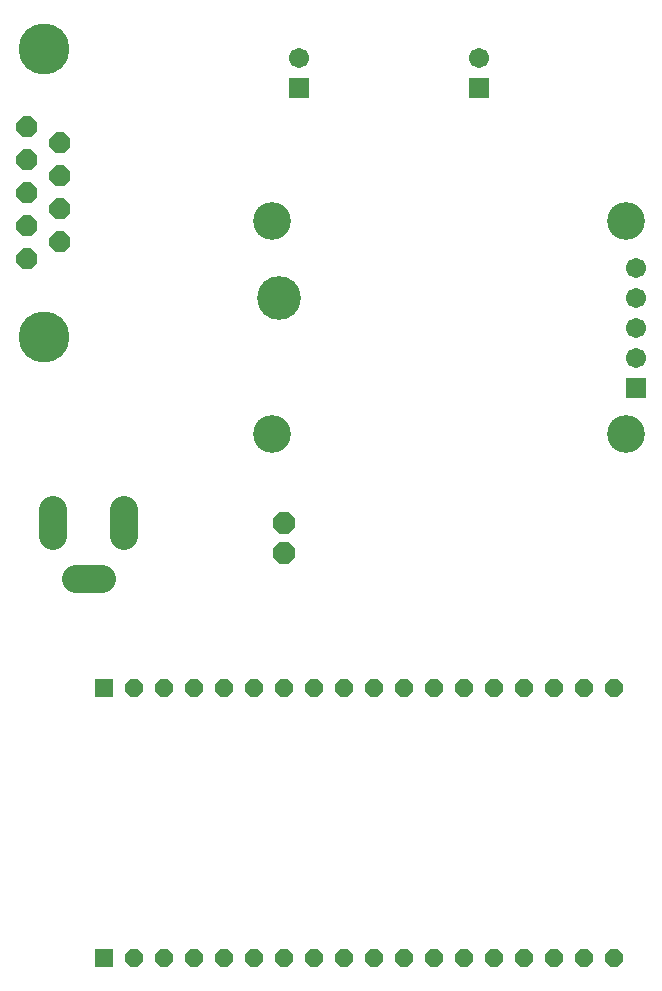
<source format=gbr>
G04 EAGLE Gerber RS-274X export*
G75*
%MOMM*%
%FSLAX34Y34*%
%LPD*%
%INSoldermask Bottom*%
%IPPOS*%
%AMOC8*
5,1,8,0,0,1.08239X$1,22.5*%
G01*
%ADD10P,1.951982X8X292.500000*%
%ADD11P,1.924489X8X112.500000*%
%ADD12C,4.318000*%
%ADD13C,2.387600*%
%ADD14R,1.711200X1.711200*%
%ADD15C,1.711200*%
%ADD16C,3.203200*%
%ADD17C,3.703200*%
%ADD18R,1.511200X1.511200*%
%ADD19P,1.635708X8X22.500000*%


D10*
X342900Y457200D03*
X342900Y431800D03*
D11*
X125730Y792480D03*
X125730Y764540D03*
X125730Y736600D03*
X125730Y708660D03*
X125730Y680720D03*
X153670Y778510D03*
X153670Y750570D03*
X153670Y722630D03*
X153670Y694690D03*
D12*
X139700Y858520D03*
X139700Y614680D03*
D13*
X166878Y409200D02*
X188722Y409200D01*
X147800Y446278D02*
X147800Y468122D01*
X207800Y468122D02*
X207800Y446278D01*
D14*
X641350Y571500D03*
D15*
X641350Y596900D03*
X641350Y622300D03*
X641350Y647700D03*
X641350Y673100D03*
D16*
X632460Y532130D03*
X632460Y712470D03*
X332740Y712470D03*
D17*
X339090Y647700D03*
D16*
X332740Y532130D03*
D14*
X355600Y825500D03*
D15*
X355600Y850900D03*
D14*
X508000Y825500D03*
D15*
X508000Y850900D03*
D18*
X190500Y88900D03*
D19*
X215900Y88900D03*
X241300Y88900D03*
X266700Y88900D03*
X292100Y88900D03*
X317500Y88900D03*
X342900Y88900D03*
X368300Y88900D03*
X393700Y88900D03*
X419100Y88900D03*
X444500Y88900D03*
X469900Y88900D03*
X495300Y88900D03*
X520700Y88900D03*
X546100Y88900D03*
X571500Y88900D03*
X596900Y88900D03*
X622300Y88900D03*
X622300Y317500D03*
X596900Y317500D03*
X571500Y317500D03*
X546100Y317500D03*
X520700Y317500D03*
X495300Y317500D03*
X469900Y317500D03*
X444500Y317500D03*
X419100Y317500D03*
X393700Y317500D03*
X368300Y317500D03*
X342900Y317500D03*
X317500Y317500D03*
X292100Y317500D03*
X266700Y317500D03*
X241300Y317500D03*
X215900Y317500D03*
D18*
X190500Y317500D03*
M02*

</source>
